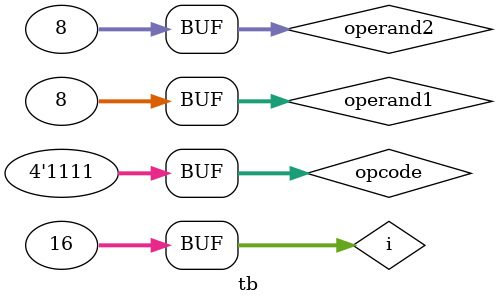
<source format=v>
`timescale 1ns / 1ps

module tb;

	// Inputs
	reg [31:0] operand1;
	reg [31:0] operand2;
	reg [3:0] opcode;

	// Outputs
	wire [31:0] result;
	wire carry_out;
	wire [63:0] product;
   integer i;
	// Instantiate the Unit Under Test (UUT)
	alu1 uut (
		.operand1(operand1), 
		.operand2(operand2), 
		.opcode(opcode), 
		.result(result), 
		.carry_out(carry_out), 
		.product(product)
	);

	initial begin
		// Initialize Inputs
		operand1 = 8;
		operand2 = 8;
		
	end
	initial 
	for(i=0;i<=15;i=i+1)
	begin
	opcode=i;
	#10;
	end
      
endmodule


</source>
